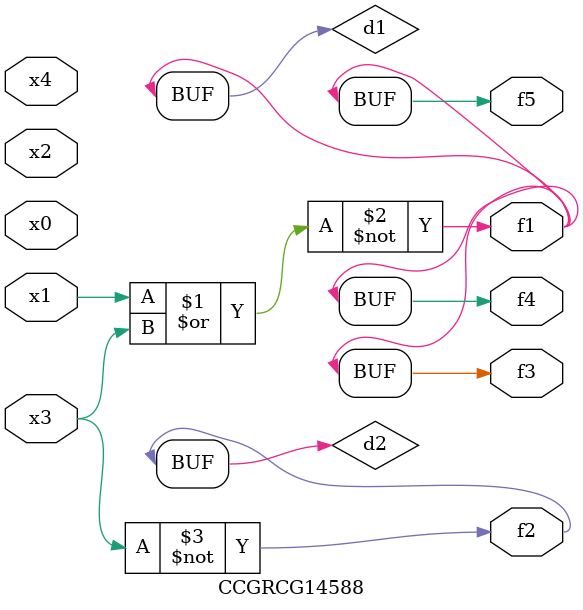
<source format=v>
module CCGRCG14588(
	input x0, x1, x2, x3, x4,
	output f1, f2, f3, f4, f5
);

	wire d1, d2;

	nor (d1, x1, x3);
	not (d2, x3);
	assign f1 = d1;
	assign f2 = d2;
	assign f3 = d1;
	assign f4 = d1;
	assign f5 = d1;
endmodule

</source>
